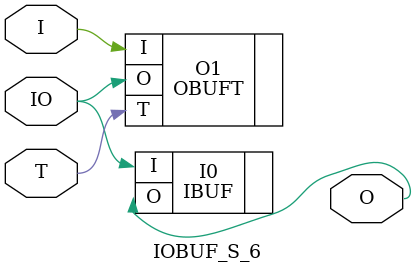
<source format=v>


`timescale  1 ps / 1 ps


module IOBUF_S_6 (O, IO, I, T);

    output O;

    inout  IO;

    input  I, T;

        OBUFT #( .SLEW("SLOW"), .DRIVE(6)) O1 (.O(IO), .I(I), .T(T)); 
	IBUF #(.IOSTANDARD("DEFAULT"))  I0 (.O(O), .I(IO));
        

endmodule



</source>
